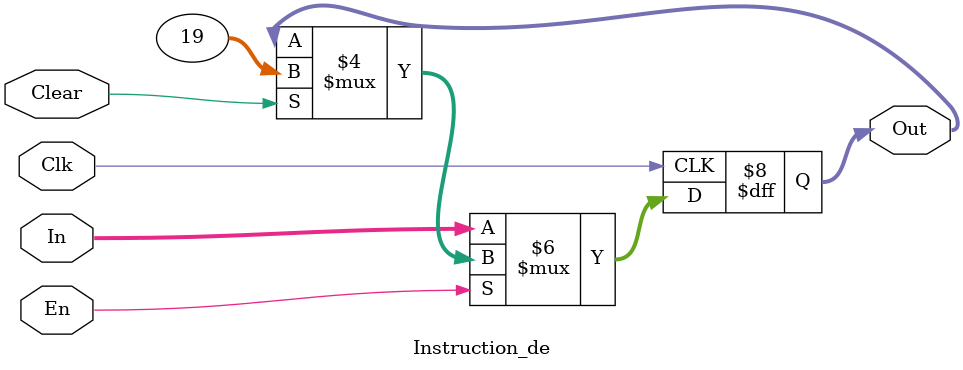
<source format=sv>
module Instruction_de (In, Out, Clk, Clear, En);
  input logic [31:0] In;
  input logic Clear;
  input logic Clk;
  input logic En;
  output logic [31:0]Out;
  
  always_ff @(posedge Clk)begin
    if(Clear)begin
      Out = 32'b00000000000000000000000000010011;
    end
    if (En == 0)begin
    	Out <= In;
    end
  end
endmodule
</source>
